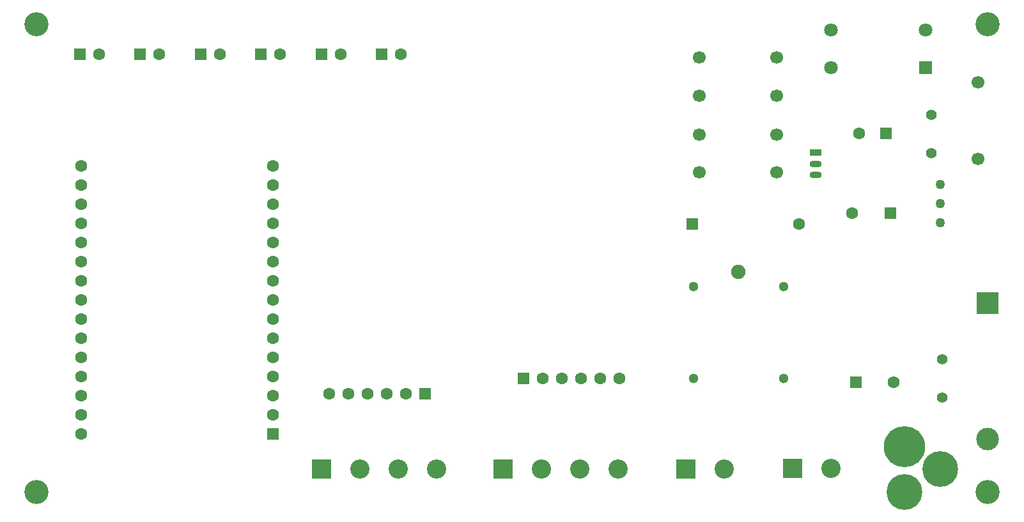
<source format=gbr>
%TF.GenerationSoftware,Altium Limited,Altium Designer,21.4.1 (30)*%
G04 Layer_Color=255*
%FSLAX45Y45*%
%MOMM*%
%TF.SameCoordinates,B516314B-6D7E-4A12-AF4E-A3036E98B02D*%
%TF.FilePolarity,Positive*%
%TF.FileFunction,Pads,Bot*%
%TF.Part,Single*%
G01*
G75*
%TA.AperFunction,ComponentPad*%
%ADD15R,1.60000X0.90000*%
%ADD16O,1.60000X0.90000*%
%ADD17R,1.60000X1.60000*%
%ADD18C,1.60000*%
%ADD19R,2.55000X2.55000*%
%ADD20C,2.55000*%
%ADD21C,5.46000*%
%ADD22C,4.74000*%
%ADD23C,1.30000*%
%ADD24C,1.90000*%
%ADD25R,1.60000X1.60000*%
%ADD26C,1.70000*%
%ADD27C,3.20000*%
%ADD28C,1.80000*%
%ADD29R,1.80000X1.80000*%
%ADD30C,1.40000*%
%ADD31C,1.26900*%
%ADD32R,2.99999X2.99999*%
%ADD33C,2.99999*%
D15*
X10718800Y4899800D02*
D03*
D16*
Y4749800D02*
D03*
Y4599800D02*
D03*
D17*
X6850000Y1900000D02*
D03*
X5550000Y1700000D02*
D03*
X11708000Y4100000D02*
D03*
D18*
X7104000Y1900000D02*
D03*
X7358000D02*
D03*
X7612000D02*
D03*
X7866000D02*
D03*
X8120000D02*
D03*
X4280000Y1700000D02*
D03*
X4534000D02*
D03*
X4788000D02*
D03*
X5042000D02*
D03*
X5296000D02*
D03*
X1227000Y6200000D02*
D03*
X2027000D02*
D03*
X2827000D02*
D03*
X3627000D02*
D03*
X4427000D02*
D03*
X5227000D02*
D03*
X10500000Y3950000D02*
D03*
X11300000Y5150000D02*
D03*
X11750000Y1850000D02*
D03*
X11200000Y4100000D02*
D03*
X3530600Y1422400D02*
D03*
Y1676400D02*
D03*
Y1930400D02*
D03*
Y2184400D02*
D03*
Y2438400D02*
D03*
Y2692400D02*
D03*
Y2946400D02*
D03*
Y3200400D02*
D03*
Y3454400D02*
D03*
Y3708400D02*
D03*
Y3962400D02*
D03*
Y4216400D02*
D03*
Y4470400D02*
D03*
Y4724400D02*
D03*
X990600Y1168400D02*
D03*
Y1422400D02*
D03*
Y1676400D02*
D03*
Y1930400D02*
D03*
Y2184400D02*
D03*
Y2438400D02*
D03*
Y2692400D02*
D03*
Y2946400D02*
D03*
Y3200400D02*
D03*
Y3454400D02*
D03*
Y3708400D02*
D03*
Y3962400D02*
D03*
Y4216400D02*
D03*
Y4470400D02*
D03*
Y4724400D02*
D03*
D19*
X10412700Y711200D02*
D03*
X9000000Y700000D02*
D03*
X6584000D02*
D03*
X4176000D02*
D03*
D20*
X10920700Y711200D02*
D03*
X9508000Y700000D02*
D03*
X7092000D02*
D03*
X7600000D02*
D03*
X8108000D02*
D03*
X4684000D02*
D03*
X5192000D02*
D03*
X5700000D02*
D03*
D21*
X11900000Y1000000D02*
D03*
D22*
X12370000Y700000D02*
D03*
X11900000Y400000D02*
D03*
D23*
X10300000Y3120000D02*
D03*
X9100000D02*
D03*
X10300000Y1900000D02*
D03*
X9100000D02*
D03*
D24*
X9700000Y3320000D02*
D03*
D25*
X973000Y6200000D02*
D03*
X1773000D02*
D03*
X2573000D02*
D03*
X3373000D02*
D03*
X4173000D02*
D03*
X4973000D02*
D03*
X9090000Y3950000D02*
D03*
X11650000Y5150000D02*
D03*
X11250000Y1850000D02*
D03*
X3530600Y1168400D02*
D03*
D26*
X10200000Y5650000D02*
D03*
X9180000D02*
D03*
Y5140000D02*
D03*
X10200000D02*
D03*
X9180000Y4640000D02*
D03*
X10200000D02*
D03*
Y6160000D02*
D03*
X9180000D02*
D03*
X12875000Y4815000D02*
D03*
Y5835000D02*
D03*
D27*
X13000000Y6600000D02*
D03*
X400000Y400000D02*
D03*
X13000000D02*
D03*
X400000Y6600000D02*
D03*
D28*
X10925000Y6525000D02*
D03*
Y6025000D02*
D03*
X12175000Y6525000D02*
D03*
D29*
Y6025000D02*
D03*
D30*
X12250000Y5400000D02*
D03*
Y4892000D02*
D03*
X12400000Y1650000D02*
D03*
Y2158000D02*
D03*
D31*
X12375000Y4479000D02*
D03*
Y4225000D02*
D03*
Y3971000D02*
D03*
D32*
X13000000Y2900000D02*
D03*
D33*
Y1100000D02*
D03*
%TF.MD5,619b2900498a69f975af8c0ccfee6de3*%
M02*

</source>
